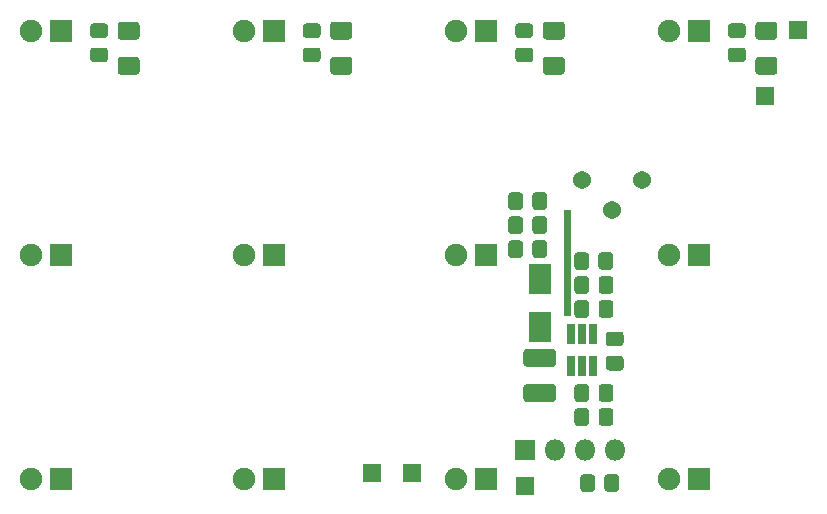
<source format=gbr>
%TF.GenerationSoftware,KiCad,Pcbnew,(5.1.6)-1*%
%TF.CreationDate,2021-04-28T12:46:05+02:00*%
%TF.ProjectId,combi_indicator,636f6d62-695f-4696-9e64-696361746f72,rev?*%
%TF.SameCoordinates,Original*%
%TF.FileFunction,Soldermask,Bot*%
%TF.FilePolarity,Negative*%
%FSLAX46Y46*%
G04 Gerber Fmt 4.6, Leading zero omitted, Abs format (unit mm)*
G04 Created by KiCad (PCBNEW (5.1.6)-1) date 2021-04-28 12:46:05*
%MOMM*%
%LPD*%
G01*
G04 APERTURE LIST*
%ADD10C,0.100000*%
%ADD11R,1.600000X1.600000*%
%ADD12C,1.540000*%
%ADD13R,1.900000X2.600000*%
%ADD14R,0.750000X1.660000*%
%ADD15C,1.900000*%
%ADD16R,1.900000X1.900000*%
%ADD17O,1.800000X1.800000*%
%ADD18R,1.800000X1.800000*%
G04 APERTURE END LIST*
D10*
G36*
X106350000Y-105080000D02*
G01*
X105842000Y-105080000D01*
X105842000Y-96190000D01*
X106350000Y-96190000D01*
X106350000Y-105080000D01*
G37*
X106350000Y-105080000D02*
X105842000Y-105080000D01*
X105842000Y-96190000D01*
X106350000Y-96190000D01*
X106350000Y-105080000D01*
D11*
%TO.C,+LED*%
X93015000Y-118415000D03*
%TD*%
%TO.C,LED current*%
X125654000Y-80950000D03*
%TD*%
%TO.C,VCC*%
X102540000Y-119558000D03*
%TD*%
%TO.C,GND*%
X89586000Y-118415000D03*
%TD*%
%TO.C,GND*%
X122860000Y-86538000D03*
%TD*%
%TO.C,R13*%
G36*
G01*
X108791000Y-103018262D02*
X108791000Y-102061738D01*
G75*
G02*
X109062738Y-101790000I271738J0D01*
G01*
X109769262Y-101790000D01*
G75*
G02*
X110041000Y-102061738I0J-271738D01*
G01*
X110041000Y-103018262D01*
G75*
G02*
X109769262Y-103290000I-271738J0D01*
G01*
X109062738Y-103290000D01*
G75*
G02*
X108791000Y-103018262I0J271738D01*
G01*
G37*
G36*
G01*
X106741000Y-103018262D02*
X106741000Y-102061738D01*
G75*
G02*
X107012738Y-101790000I271738J0D01*
G01*
X107719262Y-101790000D01*
G75*
G02*
X107991000Y-102061738I0J-271738D01*
G01*
X107991000Y-103018262D01*
G75*
G02*
X107719262Y-103290000I-271738J0D01*
G01*
X107012738Y-103290000D01*
G75*
G02*
X106741000Y-103018262I0J271738D01*
G01*
G37*
%TD*%
%TO.C,C1*%
G36*
G01*
X107991000Y-111205738D02*
X107991000Y-112162262D01*
G75*
G02*
X107719262Y-112434000I-271738J0D01*
G01*
X107012738Y-112434000D01*
G75*
G02*
X106741000Y-112162262I0J271738D01*
G01*
X106741000Y-111205738D01*
G75*
G02*
X107012738Y-110934000I271738J0D01*
G01*
X107719262Y-110934000D01*
G75*
G02*
X107991000Y-111205738I0J-271738D01*
G01*
G37*
G36*
G01*
X110041000Y-111205738D02*
X110041000Y-112162262D01*
G75*
G02*
X109769262Y-112434000I-271738J0D01*
G01*
X109062738Y-112434000D01*
G75*
G02*
X108791000Y-112162262I0J271738D01*
G01*
X108791000Y-111205738D01*
G75*
G02*
X109062738Y-110934000I271738J0D01*
G01*
X109769262Y-110934000D01*
G75*
G02*
X110041000Y-111205738I0J-271738D01*
G01*
G37*
%TD*%
D12*
%TO.C,RV1*%
X112446000Y-93650000D03*
X109906000Y-96190000D03*
X107366000Y-93650000D03*
%TD*%
%TO.C,R12*%
G36*
G01*
X108782000Y-100986262D02*
X108782000Y-100029738D01*
G75*
G02*
X109053738Y-99758000I271738J0D01*
G01*
X109760262Y-99758000D01*
G75*
G02*
X110032000Y-100029738I0J-271738D01*
G01*
X110032000Y-100986262D01*
G75*
G02*
X109760262Y-101258000I-271738J0D01*
G01*
X109053738Y-101258000D01*
G75*
G02*
X108782000Y-100986262I0J271738D01*
G01*
G37*
G36*
G01*
X106732000Y-100986262D02*
X106732000Y-100029738D01*
G75*
G02*
X107003738Y-99758000I271738J0D01*
G01*
X107710262Y-99758000D01*
G75*
G02*
X107982000Y-100029738I0J-271738D01*
G01*
X107982000Y-100986262D01*
G75*
G02*
X107710262Y-101258000I-271738J0D01*
G01*
X107003738Y-101258000D01*
G75*
G02*
X106732000Y-100986262I0J271738D01*
G01*
G37*
%TD*%
%TO.C,C5*%
G36*
G01*
X108791000Y-114194262D02*
X108791000Y-113237738D01*
G75*
G02*
X109062738Y-112966000I271738J0D01*
G01*
X109769262Y-112966000D01*
G75*
G02*
X110041000Y-113237738I0J-271738D01*
G01*
X110041000Y-114194262D01*
G75*
G02*
X109769262Y-114466000I-271738J0D01*
G01*
X109062738Y-114466000D01*
G75*
G02*
X108791000Y-114194262I0J271738D01*
G01*
G37*
G36*
G01*
X106741000Y-114194262D02*
X106741000Y-113237738D01*
G75*
G02*
X107012738Y-112966000I271738J0D01*
G01*
X107719262Y-112966000D01*
G75*
G02*
X107991000Y-113237738I0J-271738D01*
G01*
X107991000Y-114194262D01*
G75*
G02*
X107719262Y-114466000I-271738J0D01*
G01*
X107012738Y-114466000D01*
G75*
G02*
X106741000Y-114194262I0J271738D01*
G01*
G37*
%TD*%
%TO.C,L1*%
G36*
G01*
X104917456Y-109471500D02*
X102702544Y-109471500D01*
G75*
G02*
X102435000Y-109203956I0J267544D01*
G01*
X102435000Y-108214044D01*
G75*
G02*
X102702544Y-107946500I267544J0D01*
G01*
X104917456Y-107946500D01*
G75*
G02*
X105185000Y-108214044I0J-267544D01*
G01*
X105185000Y-109203956D01*
G75*
G02*
X104917456Y-109471500I-267544J0D01*
G01*
G37*
G36*
G01*
X104917456Y-112446500D02*
X102702544Y-112446500D01*
G75*
G02*
X102435000Y-112178956I0J267544D01*
G01*
X102435000Y-111189044D01*
G75*
G02*
X102702544Y-110921500I267544J0D01*
G01*
X104917456Y-110921500D01*
G75*
G02*
X105185000Y-111189044I0J-267544D01*
G01*
X105185000Y-112178956D01*
G75*
G02*
X104917456Y-112446500I-267544J0D01*
G01*
G37*
%TD*%
D13*
%TO.C,D13*%
X103810000Y-106064000D03*
X103810000Y-102064000D03*
%TD*%
%TO.C,C4*%
G36*
G01*
X103185000Y-95906262D02*
X103185000Y-94949738D01*
G75*
G02*
X103456738Y-94678000I271738J0D01*
G01*
X104163262Y-94678000D01*
G75*
G02*
X104435000Y-94949738I0J-271738D01*
G01*
X104435000Y-95906262D01*
G75*
G02*
X104163262Y-96178000I-271738J0D01*
G01*
X103456738Y-96178000D01*
G75*
G02*
X103185000Y-95906262I0J271738D01*
G01*
G37*
G36*
G01*
X101135000Y-95906262D02*
X101135000Y-94949738D01*
G75*
G02*
X101406738Y-94678000I271738J0D01*
G01*
X102113262Y-94678000D01*
G75*
G02*
X102385000Y-94949738I0J-271738D01*
G01*
X102385000Y-95906262D01*
G75*
G02*
X102113262Y-96178000I-271738J0D01*
G01*
X101406738Y-96178000D01*
G75*
G02*
X101135000Y-95906262I0J271738D01*
G01*
G37*
%TD*%
D14*
%TO.C,U1*%
X107366000Y-109398000D03*
X106416000Y-109398000D03*
X108316000Y-109398000D03*
X108316000Y-106698000D03*
X107366000Y-106698000D03*
X106416000Y-106698000D03*
%TD*%
%TO.C,R11*%
G36*
G01*
X107991000Y-104093738D02*
X107991000Y-105050262D01*
G75*
G02*
X107719262Y-105322000I-271738J0D01*
G01*
X107012738Y-105322000D01*
G75*
G02*
X106741000Y-105050262I0J271738D01*
G01*
X106741000Y-104093738D01*
G75*
G02*
X107012738Y-103822000I271738J0D01*
G01*
X107719262Y-103822000D01*
G75*
G02*
X107991000Y-104093738I0J-271738D01*
G01*
G37*
G36*
G01*
X110041000Y-104093738D02*
X110041000Y-105050262D01*
G75*
G02*
X109769262Y-105322000I-271738J0D01*
G01*
X109062738Y-105322000D01*
G75*
G02*
X108791000Y-105050262I0J271738D01*
G01*
X108791000Y-104093738D01*
G75*
G02*
X109062738Y-103822000I271738J0D01*
G01*
X109769262Y-103822000D01*
G75*
G02*
X110041000Y-104093738I0J-271738D01*
G01*
G37*
%TD*%
%TO.C,R10*%
G36*
G01*
X110638262Y-107728000D02*
X109681738Y-107728000D01*
G75*
G02*
X109410000Y-107456262I0J271738D01*
G01*
X109410000Y-106749738D01*
G75*
G02*
X109681738Y-106478000I271738J0D01*
G01*
X110638262Y-106478000D01*
G75*
G02*
X110910000Y-106749738I0J-271738D01*
G01*
X110910000Y-107456262D01*
G75*
G02*
X110638262Y-107728000I-271738J0D01*
G01*
G37*
G36*
G01*
X110638262Y-109778000D02*
X109681738Y-109778000D01*
G75*
G02*
X109410000Y-109506262I0J271738D01*
G01*
X109410000Y-108799738D01*
G75*
G02*
X109681738Y-108528000I271738J0D01*
G01*
X110638262Y-108528000D01*
G75*
G02*
X110910000Y-108799738I0J-271738D01*
G01*
X110910000Y-109506262D01*
G75*
G02*
X110638262Y-109778000I-271738J0D01*
G01*
G37*
%TD*%
%TO.C,R9*%
G36*
G01*
X109290000Y-119782262D02*
X109290000Y-118825738D01*
G75*
G02*
X109561738Y-118554000I271738J0D01*
G01*
X110268262Y-118554000D01*
G75*
G02*
X110540000Y-118825738I0J-271738D01*
G01*
X110540000Y-119782262D01*
G75*
G02*
X110268262Y-120054000I-271738J0D01*
G01*
X109561738Y-120054000D01*
G75*
G02*
X109290000Y-119782262I0J271738D01*
G01*
G37*
G36*
G01*
X107240000Y-119782262D02*
X107240000Y-118825738D01*
G75*
G02*
X107511738Y-118554000I271738J0D01*
G01*
X108218262Y-118554000D01*
G75*
G02*
X108490000Y-118825738I0J-271738D01*
G01*
X108490000Y-119782262D01*
G75*
G02*
X108218262Y-120054000I-271738J0D01*
G01*
X107511738Y-120054000D01*
G75*
G02*
X107240000Y-119782262I0J271738D01*
G01*
G37*
%TD*%
%TO.C,C3*%
G36*
G01*
X102385000Y-99013738D02*
X102385000Y-99970262D01*
G75*
G02*
X102113262Y-100242000I-271738J0D01*
G01*
X101406738Y-100242000D01*
G75*
G02*
X101135000Y-99970262I0J271738D01*
G01*
X101135000Y-99013738D01*
G75*
G02*
X101406738Y-98742000I271738J0D01*
G01*
X102113262Y-98742000D01*
G75*
G02*
X102385000Y-99013738I0J-271738D01*
G01*
G37*
G36*
G01*
X104435000Y-99013738D02*
X104435000Y-99970262D01*
G75*
G02*
X104163262Y-100242000I-271738J0D01*
G01*
X103456738Y-100242000D01*
G75*
G02*
X103185000Y-99970262I0J271738D01*
G01*
X103185000Y-99013738D01*
G75*
G02*
X103456738Y-98742000I271738J0D01*
G01*
X104163262Y-98742000D01*
G75*
G02*
X104435000Y-99013738I0J-271738D01*
G01*
G37*
%TD*%
%TO.C,C2*%
G36*
G01*
X102385000Y-96981738D02*
X102385000Y-97938262D01*
G75*
G02*
X102113262Y-98210000I-271738J0D01*
G01*
X101406738Y-98210000D01*
G75*
G02*
X101135000Y-97938262I0J271738D01*
G01*
X101135000Y-96981738D01*
G75*
G02*
X101406738Y-96710000I271738J0D01*
G01*
X102113262Y-96710000D01*
G75*
G02*
X102385000Y-96981738I0J-271738D01*
G01*
G37*
G36*
G01*
X104435000Y-96981738D02*
X104435000Y-97938262D01*
G75*
G02*
X104163262Y-98210000I-271738J0D01*
G01*
X103456738Y-98210000D01*
G75*
G02*
X103185000Y-97938262I0J271738D01*
G01*
X103185000Y-96981738D01*
G75*
G02*
X103456738Y-96710000I271738J0D01*
G01*
X104163262Y-96710000D01*
G75*
G02*
X104435000Y-96981738I0J-271738D01*
G01*
G37*
%TD*%
%TO.C,R8*%
G36*
G01*
X123657456Y-81762500D02*
X122342544Y-81762500D01*
G75*
G02*
X122075000Y-81494956I0J267544D01*
G01*
X122075000Y-80505044D01*
G75*
G02*
X122342544Y-80237500I267544J0D01*
G01*
X123657456Y-80237500D01*
G75*
G02*
X123925000Y-80505044I0J-267544D01*
G01*
X123925000Y-81494956D01*
G75*
G02*
X123657456Y-81762500I-267544J0D01*
G01*
G37*
G36*
G01*
X123657456Y-84737500D02*
X122342544Y-84737500D01*
G75*
G02*
X122075000Y-84469956I0J267544D01*
G01*
X122075000Y-83480044D01*
G75*
G02*
X122342544Y-83212500I267544J0D01*
G01*
X123657456Y-83212500D01*
G75*
G02*
X123925000Y-83480044I0J-267544D01*
G01*
X123925000Y-84469956D01*
G75*
G02*
X123657456Y-84737500I-267544J0D01*
G01*
G37*
%TD*%
%TO.C,R7*%
G36*
G01*
X105657456Y-81762500D02*
X104342544Y-81762500D01*
G75*
G02*
X104075000Y-81494956I0J267544D01*
G01*
X104075000Y-80505044D01*
G75*
G02*
X104342544Y-80237500I267544J0D01*
G01*
X105657456Y-80237500D01*
G75*
G02*
X105925000Y-80505044I0J-267544D01*
G01*
X105925000Y-81494956D01*
G75*
G02*
X105657456Y-81762500I-267544J0D01*
G01*
G37*
G36*
G01*
X105657456Y-84737500D02*
X104342544Y-84737500D01*
G75*
G02*
X104075000Y-84469956I0J267544D01*
G01*
X104075000Y-83480044D01*
G75*
G02*
X104342544Y-83212500I267544J0D01*
G01*
X105657456Y-83212500D01*
G75*
G02*
X105925000Y-83480044I0J-267544D01*
G01*
X105925000Y-84469956D01*
G75*
G02*
X105657456Y-84737500I-267544J0D01*
G01*
G37*
%TD*%
%TO.C,R6*%
G36*
G01*
X87657456Y-81762500D02*
X86342544Y-81762500D01*
G75*
G02*
X86075000Y-81494956I0J267544D01*
G01*
X86075000Y-80505044D01*
G75*
G02*
X86342544Y-80237500I267544J0D01*
G01*
X87657456Y-80237500D01*
G75*
G02*
X87925000Y-80505044I0J-267544D01*
G01*
X87925000Y-81494956D01*
G75*
G02*
X87657456Y-81762500I-267544J0D01*
G01*
G37*
G36*
G01*
X87657456Y-84737500D02*
X86342544Y-84737500D01*
G75*
G02*
X86075000Y-84469956I0J267544D01*
G01*
X86075000Y-83480044D01*
G75*
G02*
X86342544Y-83212500I267544J0D01*
G01*
X87657456Y-83212500D01*
G75*
G02*
X87925000Y-83480044I0J-267544D01*
G01*
X87925000Y-84469956D01*
G75*
G02*
X87657456Y-84737500I-267544J0D01*
G01*
G37*
%TD*%
%TO.C,R5*%
G36*
G01*
X69657456Y-81762500D02*
X68342544Y-81762500D01*
G75*
G02*
X68075000Y-81494956I0J267544D01*
G01*
X68075000Y-80505044D01*
G75*
G02*
X68342544Y-80237500I267544J0D01*
G01*
X69657456Y-80237500D01*
G75*
G02*
X69925000Y-80505044I0J-267544D01*
G01*
X69925000Y-81494956D01*
G75*
G02*
X69657456Y-81762500I-267544J0D01*
G01*
G37*
G36*
G01*
X69657456Y-84737500D02*
X68342544Y-84737500D01*
G75*
G02*
X68075000Y-84469956I0J267544D01*
G01*
X68075000Y-83480044D01*
G75*
G02*
X68342544Y-83212500I267544J0D01*
G01*
X69657456Y-83212500D01*
G75*
G02*
X69925000Y-83480044I0J-267544D01*
G01*
X69925000Y-84469956D01*
G75*
G02*
X69657456Y-84737500I-267544J0D01*
G01*
G37*
%TD*%
%TO.C,R4*%
G36*
G01*
X120978262Y-83675000D02*
X120021738Y-83675000D01*
G75*
G02*
X119750000Y-83403262I0J271738D01*
G01*
X119750000Y-82696738D01*
G75*
G02*
X120021738Y-82425000I271738J0D01*
G01*
X120978262Y-82425000D01*
G75*
G02*
X121250000Y-82696738I0J-271738D01*
G01*
X121250000Y-83403262D01*
G75*
G02*
X120978262Y-83675000I-271738J0D01*
G01*
G37*
G36*
G01*
X120978262Y-81625000D02*
X120021738Y-81625000D01*
G75*
G02*
X119750000Y-81353262I0J271738D01*
G01*
X119750000Y-80646738D01*
G75*
G02*
X120021738Y-80375000I271738J0D01*
G01*
X120978262Y-80375000D01*
G75*
G02*
X121250000Y-80646738I0J-271738D01*
G01*
X121250000Y-81353262D01*
G75*
G02*
X120978262Y-81625000I-271738J0D01*
G01*
G37*
%TD*%
%TO.C,R3*%
G36*
G01*
X102978262Y-81625000D02*
X102021738Y-81625000D01*
G75*
G02*
X101750000Y-81353262I0J271738D01*
G01*
X101750000Y-80646738D01*
G75*
G02*
X102021738Y-80375000I271738J0D01*
G01*
X102978262Y-80375000D01*
G75*
G02*
X103250000Y-80646738I0J-271738D01*
G01*
X103250000Y-81353262D01*
G75*
G02*
X102978262Y-81625000I-271738J0D01*
G01*
G37*
G36*
G01*
X102978262Y-83675000D02*
X102021738Y-83675000D01*
G75*
G02*
X101750000Y-83403262I0J271738D01*
G01*
X101750000Y-82696738D01*
G75*
G02*
X102021738Y-82425000I271738J0D01*
G01*
X102978262Y-82425000D01*
G75*
G02*
X103250000Y-82696738I0J-271738D01*
G01*
X103250000Y-83403262D01*
G75*
G02*
X102978262Y-83675000I-271738J0D01*
G01*
G37*
%TD*%
%TO.C,R2*%
G36*
G01*
X84978262Y-81625000D02*
X84021738Y-81625000D01*
G75*
G02*
X83750000Y-81353262I0J271738D01*
G01*
X83750000Y-80646738D01*
G75*
G02*
X84021738Y-80375000I271738J0D01*
G01*
X84978262Y-80375000D01*
G75*
G02*
X85250000Y-80646738I0J-271738D01*
G01*
X85250000Y-81353262D01*
G75*
G02*
X84978262Y-81625000I-271738J0D01*
G01*
G37*
G36*
G01*
X84978262Y-83675000D02*
X84021738Y-83675000D01*
G75*
G02*
X83750000Y-83403262I0J271738D01*
G01*
X83750000Y-82696738D01*
G75*
G02*
X84021738Y-82425000I271738J0D01*
G01*
X84978262Y-82425000D01*
G75*
G02*
X85250000Y-82696738I0J-271738D01*
G01*
X85250000Y-83403262D01*
G75*
G02*
X84978262Y-83675000I-271738J0D01*
G01*
G37*
%TD*%
D15*
%TO.C,D12*%
X114730000Y-81000000D03*
D16*
X117270000Y-81000000D03*
%TD*%
D15*
%TO.C,D11*%
X96730000Y-81000000D03*
D16*
X99270000Y-81000000D03*
%TD*%
D15*
%TO.C,D10*%
X78730000Y-81000000D03*
D16*
X81270000Y-81000000D03*
%TD*%
D15*
%TO.C,D9*%
X60730000Y-81000000D03*
D16*
X63270000Y-81000000D03*
%TD*%
D15*
%TO.C,D8*%
X114730000Y-100000000D03*
D16*
X117270000Y-100000000D03*
%TD*%
D15*
%TO.C,D7*%
X96730000Y-100000000D03*
D16*
X99270000Y-100000000D03*
%TD*%
D15*
%TO.C,D6*%
X78730000Y-100000000D03*
D16*
X81270000Y-100000000D03*
%TD*%
D15*
%TO.C,D5*%
X60730000Y-100000000D03*
D16*
X63270000Y-100000000D03*
%TD*%
D17*
%TO.C,J1*%
X110160000Y-116510000D03*
X107620000Y-116510000D03*
X105080000Y-116510000D03*
D18*
X102540000Y-116510000D03*
%TD*%
%TO.C,R1*%
G36*
G01*
X66978262Y-81625000D02*
X66021738Y-81625000D01*
G75*
G02*
X65750000Y-81353262I0J271738D01*
G01*
X65750000Y-80646738D01*
G75*
G02*
X66021738Y-80375000I271738J0D01*
G01*
X66978262Y-80375000D01*
G75*
G02*
X67250000Y-80646738I0J-271738D01*
G01*
X67250000Y-81353262D01*
G75*
G02*
X66978262Y-81625000I-271738J0D01*
G01*
G37*
G36*
G01*
X66978262Y-83675000D02*
X66021738Y-83675000D01*
G75*
G02*
X65750000Y-83403262I0J271738D01*
G01*
X65750000Y-82696738D01*
G75*
G02*
X66021738Y-82425000I271738J0D01*
G01*
X66978262Y-82425000D01*
G75*
G02*
X67250000Y-82696738I0J-271738D01*
G01*
X67250000Y-83403262D01*
G75*
G02*
X66978262Y-83675000I-271738J0D01*
G01*
G37*
%TD*%
D15*
%TO.C,D4*%
X114730000Y-119000000D03*
D16*
X117270000Y-119000000D03*
%TD*%
D15*
%TO.C,D3*%
X96730000Y-119000000D03*
D16*
X99270000Y-119000000D03*
%TD*%
D15*
%TO.C,D2*%
X78730000Y-119000000D03*
D16*
X81270000Y-119000000D03*
%TD*%
D15*
%TO.C,D1*%
X60730000Y-119000000D03*
D16*
X63270000Y-119000000D03*
%TD*%
M02*

</source>
